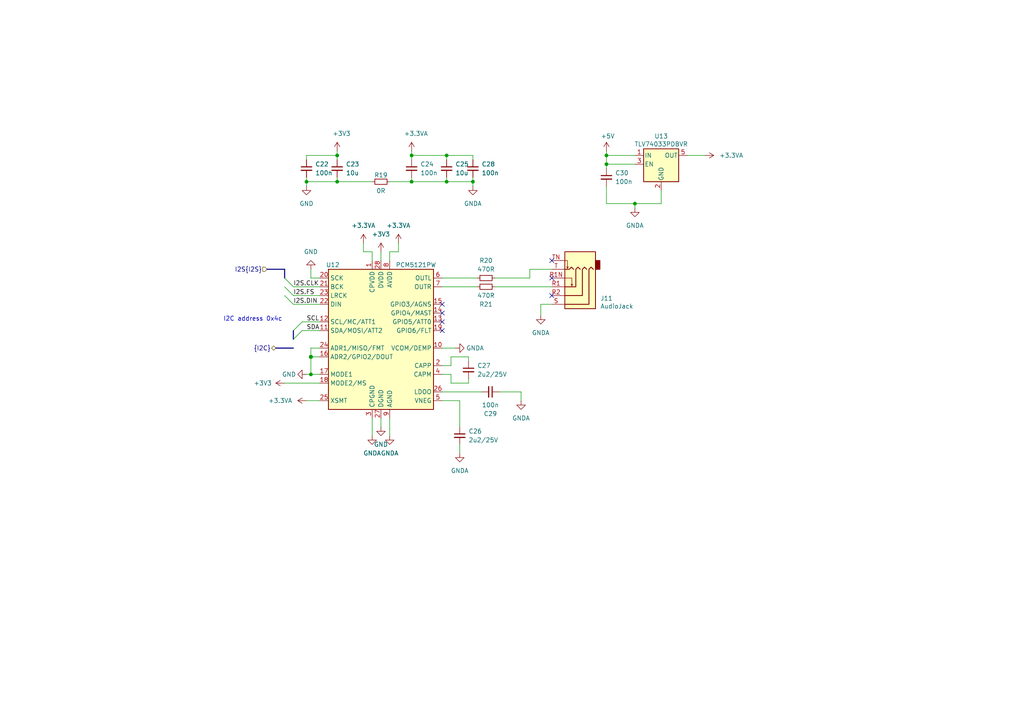
<source format=kicad_sch>
(kicad_sch (version 20210406) (generator eeschema)
  (paper "A4")
  (title_block (title "Audio") (date "2021-01-12") (rev "0.1") (company "Nabu Casa") (comment 1 "www.nabucasa.com") (comment 2 "Light Blue"))
  (lib_symbols
    (symbol "Audio:PCM5121PW"
      (property "Reference" "U" (at -13.97 21.59 0))
      (property "Value" "PCM5121PW" (at 10.16 21.59 0))
      (symbol "PCM5121PW_0_1"
        (rectangle (start -15.24 20.32) (end 15.24 -20.32) (stroke (width 0.254)) (fill (type background)))
      )
      (symbol "PCM5121PW_1_1"
        (pin power_in line (at -2.54 22.86 270) (length 2.54) (name "CPVDD") (number "1"))
        (pin bidirectional line (at 17.78 -2.54 180) (length 2.54) (name "VCOM/DEMP") (number "10"))
        (pin bidirectional line (at -17.78 2.54 0) (length 2.54) (name "SDA/MOSI/ATT2") (number "11"))
        (pin input line (at -17.78 5.08 0) (length 2.54) (name "SCL/MC/ATT1") (number "12"))
        (pin bidirectional line (at 17.78 5.08 180) (length 2.54) (name "GPIO5/ATT0") (number "13"))
        (pin bidirectional line (at 17.78 7.62 180) (length 2.54) (name "GPIO4/MAST") (number "14"))
        (pin bidirectional line (at 17.78 10.16 180) (length 2.54) (name "GPIO3/AGNS") (number "15"))
        (pin bidirectional line (at -17.78 -5.08 0) (length 2.54) (name "ADR2/GPIO2/DOUT") (number "16"))
        (pin input line (at -17.78 -10.16 0) (length 2.54) (name "MODE1") (number "17"))
        (pin input line (at -17.78 -12.7 0) (length 2.54) (name "MODE2/MS") (number "18"))
        (pin bidirectional line (at 17.78 2.54 180) (length 2.54) (name "GPIO6/FLT") (number "19"))
        (pin passive line (at 17.78 -7.62 180) (length 2.54) (name "CAPP") (number "2"))
        (pin input line (at -17.78 17.78 0) (length 2.54) (name "SCK") (number "20"))
        (pin bidirectional line (at -17.78 15.24 0) (length 2.54) (name "BCK") (number "21"))
        (pin input line (at -17.78 10.16 0) (length 2.54) (name "DIN") (number "22"))
        (pin bidirectional line (at -17.78 12.7 0) (length 2.54) (name "LRCK") (number "23"))
        (pin bidirectional line (at -17.78 -2.54 0) (length 2.54) (name "ADR1/MISO/FMT") (number "24"))
        (pin input line (at -17.78 -17.78 0) (length 2.54) (name "XSMT") (number "25"))
        (pin passive line (at 17.78 -15.24 180) (length 2.54) (name "LDOO") (number "26"))
        (pin power_in line (at 0 -22.86 90) (length 2.54) (name "DGND") (number "27"))
        (pin power_in line (at 0 22.86 270) (length 2.54) (name "DVDD") (number "28"))
        (pin power_in line (at -2.54 -22.86 90) (length 2.54) (name "CPGND") (number "3"))
        (pin passive line (at 17.78 -10.16 180) (length 2.54) (name "CAPM") (number "4"))
        (pin passive line (at 17.78 -17.78 180) (length 2.54) (name "VNEG") (number "5"))
        (pin output line (at 17.78 17.78 180) (length 2.54) (name "OUTL") (number "6"))
        (pin output line (at 17.78 15.24 180) (length 2.54) (name "OUTR") (number "7"))
        (pin power_in line (at 2.54 22.86 270) (length 2.54) (name "AVDD") (number "8"))
        (pin power_in line (at 2.54 -22.86 90) (length 2.54) (name "AGND") (number "9"))
      )
    )
    (symbol "Connector:AudioJack4_SwitchTR1"
      (property "Reference" "J" (at 0 11.43 0))
      (property "Value" "AudioJack4_SwitchTR1" (at 0 8.89 0))
      (symbol "AudioJack4_SwitchTR1_0_1"
        (rectangle (start -7.62 -5.08) (end -8.89 -7.62) (stroke (width 0.254)) (fill (type outline)))
        (rectangle (start 1.27 6.35) (end -7.62 -10.16) (stroke (width 0.254)) (fill (type background)))
        (polyline (pts (xy 1.27 -5.08) (xy 2.54 -5.08)))
        (polyline (pts (xy 1.27 2.54) (xy 2.54 2.54)))
        (polyline (pts (xy 2.54 0) (xy 1.27 0)))
        (polyline (pts (xy 2.54 5.08) (xy 1.27 5.08)))
      )
      (symbol "AudioJack4_SwitchTR1_1_1"
        (polyline (pts (xy -0.762 -0.254) (xy -0.508 -0.762)))
        (polyline (pts (xy 0.508 -5.334) (xy 0.762 -5.842)))
        (polyline (pts (xy -1.27 -5.08) (xy -0.635 -5.715) (xy 0 -5.08) (xy 1.27 -5.08)) (stroke (width 0.254)))
        (polyline (pts (xy 2.54 -7.62) (xy 0.508 -7.62) (xy 0.508 -5.334) (xy 0.254 -5.842)))
        (polyline (pts (xy 2.54 -2.54) (xy -0.762 -2.54) (xy -0.762 -0.254) (xy -1.016 -0.762)))
        (polyline (pts (xy -3.175 -5.08) (xy -2.54 -5.715) (xy -1.905 -5.08) (xy -1.905 0) (xy 1.27 0)) (stroke (width 0.254)))
        (polyline (pts (xy 1.27 2.54) (xy -3.81 2.54) (xy -3.81 -5.08) (xy -4.445 -5.715) (xy -5.08 -5.08)) (stroke (width 0.254)))
        (polyline (pts (xy 1.27 5.08) (xy -5.715 5.08) (xy -5.715 -5.08) (xy -6.35 -5.715) (xy -6.985 -5.08)) (stroke (width 0.254)))
        (pin passive line (at 5.08 0 180) (length 2.54) (name "~") (number "R1"))
        (pin passive line (at 5.08 -2.54 180) (length 2.54) (name "~") (number "R1N"))
        (pin passive line (at 5.08 2.54 180) (length 2.54) (name "~") (number "R2"))
        (pin passive line (at 5.08 5.08 180) (length 2.54) (name "~") (number "S"))
        (pin passive line (at 5.08 -5.08 180) (length 2.54) (name "~") (number "T"))
        (pin passive line (at 5.08 -7.62 180) (length 2.54) (name "~") (number "TN"))
      )
    )
    (symbol "Device:C_Small" (pin_numbers hide) (pin_names (offset 0.254) hide)
      (property "Reference" "C" (at 0.254 1.778 0))
      (property "Value" "C_Small" (at 0.254 -2.032 0))
      (symbol "C_Small_0_1"
        (polyline (pts (xy -1.524 -0.508) (xy 1.524 -0.508)) (stroke (width 0.3302)))
        (polyline (pts (xy -1.524 0.508) (xy 1.524 0.508)) (stroke (width 0.3048)))
      )
      (symbol "C_Small_1_1"
        (pin passive line (at 0 2.54 270) (length 2.032) (name "~") (number "1"))
        (pin passive line (at 0 -2.54 90) (length 2.032) (name "~") (number "2"))
      )
    )
    (symbol "Device:R_Small" (pin_numbers hide) (pin_names (offset 0.254) hide)
      (property "Reference" "R" (at 0.762 0.508 0))
      (property "Value" "R_Small" (at 0.762 -1.016 0))
      (symbol "R_Small_0_1"
        (rectangle (start -0.762 1.778) (end 0.762 -1.778) (stroke (width 0.2032)))
      )
      (symbol "R_Small_1_1"
        (pin passive line (at 0 2.54 270) (length 0.762) (name "~") (number "1"))
        (pin passive line (at 0 -2.54 90) (length 0.762) (name "~") (number "2"))
      )
    )
    (symbol "Regulator_Linear:TLV73333PDBV" (pin_names (offset 0.254))
      (property "Reference" "U" (at -3.81 5.715 0))
      (property "Value" "TLV73333PDBV" (at 0 5.715 0))
      (symbol "TLV73333PDBV_0_1"
        (rectangle (start -5.08 4.445) (end 5.08 -5.08) (stroke (width 0.254)) (fill (type background)))
      )
      (symbol "TLV73333PDBV_1_1"
        (pin power_in line (at -7.62 2.54 0) (length 2.54) (name "IN") (number "1"))
        (pin power_in line (at 0 -7.62 90) (length 2.54) (name "GND") (number "2"))
        (pin input line (at -7.62 0 0) (length 2.54) (name "EN") (number "3"))
        (pin no_connect line (at 5.08 0 180) (length 2.54) hide (name "NC") (number "4"))
        (pin power_out line (at 7.62 2.54 180) (length 2.54) (name "OUT") (number "5"))
      )
    )
    (symbol "power:+3.3V" (power) (pin_names (offset 0))
      (property "Value" "+3.3V" (at 0 3.556 0))
      (symbol "+3.3V_0_1"
        (polyline (pts (xy -0.762 1.27) (xy 0 2.54)))
        (polyline (pts (xy 0 0) (xy 0 2.54)))
        (polyline (pts (xy 0 2.54) (xy 0.762 1.27)))
      )
      (symbol "+3.3V_1_1"
        (pin power_in line (at 0 0 90) (length 0) hide (name "+3V3") (number "1"))
      )
    )
    (symbol "power:+3.3VA" (power) (pin_names (offset 0))
      (property "Value" "+3.3VA" (at 0 3.556 0))
      (symbol "+3.3VA_0_1"
        (polyline (pts (xy -0.762 1.27) (xy 0 2.54)))
        (polyline (pts (xy 0 0) (xy 0 2.54)))
        (polyline (pts (xy 0 2.54) (xy 0.762 1.27)))
      )
      (symbol "+3.3VA_1_1"
        (pin power_in line (at 0 0 90) (length 0) hide (name "+3.3VA") (number "1"))
      )
    )
    (symbol "power:+5V" (power) (pin_names (offset 0))
      (property "Value" "+5V" (at 0 3.556 0))
      (symbol "+5V_0_1"
        (polyline (pts (xy -0.762 1.27) (xy 0 2.54)))
        (polyline (pts (xy 0 0) (xy 0 2.54)))
        (polyline (pts (xy 0 2.54) (xy 0.762 1.27)))
      )
      (symbol "+5V_1_1"
        (pin power_in line (at 0 0 90) (length 0) hide (name "+5V") (number "1"))
      )
    )
    (symbol "power:GND" (power) (pin_names (offset 0))
      (property "Value" "GND" (at 0 -3.81 0))
      (symbol "GND_0_1"
        (polyline (pts (xy 0 0) (xy 0 -1.27) (xy 1.27 -1.27) (xy 0 -2.54) (xy -1.27 -1.27) (xy 0 -1.27)))
      )
      (symbol "GND_1_1"
        (pin power_in line (at 0 0 270) (length 0) hide (name "GND") (number "1"))
      )
    )
    (symbol "power:GNDA" (power) (pin_names (offset 0))
      (property "Value" "GNDA" (at 0 -3.81 0))
      (symbol "GNDA_0_1"
        (polyline (pts (xy 0 0) (xy 0 -1.27) (xy 1.27 -1.27) (xy 0 -2.54) (xy -1.27 -1.27) (xy 0 -1.27)))
      )
      (symbol "GNDA_1_1"
        (pin power_in line (at 0 0 270) (length 0) hide (name "GNDA") (number "1"))
      )
    )
  )
  (bus_alias "I2S" (members "CLK" "FS" "DIN"))
  (junction (at 88.9 52.705) (diameter 0.9144))
  (junction (at 90.17 103.505) (diameter 1.016))
  (junction (at 90.17 108.585) (diameter 0.9144))
  (junction (at 97.79 45.085) (diameter 0.9144))
  (junction (at 97.79 52.705) (diameter 0.9144))
  (junction (at 119.38 45.085) (diameter 0.9144))
  (junction (at 119.38 52.705) (diameter 0.9144))
  (junction (at 129.54 45.085) (diameter 0.9144))
  (junction (at 129.54 52.705) (diameter 0.9144))
  (junction (at 137.16 52.705) (diameter 0.9144))
  (junction (at 175.895 45.085) (diameter 0.9144))
  (junction (at 175.895 47.625) (diameter 0.9144))
  (junction (at 184.15 59.055) (diameter 0.9144))
  (no_connect (at 128.27 88.265))
  (no_connect (at 128.27 90.805))
  (no_connect (at 128.27 93.345))
  (no_connect (at 128.27 95.885))
  (no_connect (at 160.02 75.565))
  (no_connect (at 160.02 80.645))
  (no_connect (at 160.02 85.725))
  (bus_entry (at 82.55 80.645) (size 2.54 2.54) (stroke (width 0.1524)))
  (bus_entry (at 82.55 83.185) (size 2.54 2.54) (stroke (width 0.1524)))
  (bus_entry (at 82.55 85.725) (size 2.54 2.54) (stroke (width 0.1524)))
  (bus_entry (at 85.09 95.885) (size 2.54 -2.54) (stroke (width 0.1524)))
  (bus_entry (at 85.09 98.425) (size 2.54 -2.54) (stroke (width 0.1524)))
  (wire (pts (xy 82.55 111.125) (xy 92.71 111.125)))
  (wire (pts (xy 85.09 83.185) (xy 92.71 83.185)))
  (wire (pts (xy 85.09 85.725) (xy 92.71 85.725)))
  (wire (pts (xy 85.09 88.265) (xy 92.71 88.265)))
  (wire (pts (xy 87.63 93.345) (xy 92.71 93.345)))
  (wire (pts (xy 87.63 95.885) (xy 92.71 95.885)))
  (wire (pts (xy 88.9 45.085) (xy 97.79 45.085)))
  (wire (pts (xy 88.9 46.355) (xy 88.9 45.085)))
  (wire (pts (xy 88.9 51.435) (xy 88.9 52.705)))
  (wire (pts (xy 88.9 52.705) (xy 88.9 53.975)))
  (wire (pts (xy 88.9 52.705) (xy 97.79 52.705)))
  (wire (pts (xy 88.9 108.585) (xy 90.17 108.585)))
  (wire (pts (xy 88.9 116.205) (xy 92.71 116.205)))
  (wire (pts (xy 90.17 78.105) (xy 90.17 80.645)))
  (wire (pts (xy 90.17 100.965) (xy 90.17 103.505)))
  (wire (pts (xy 90.17 103.505) (xy 90.17 108.585)))
  (wire (pts (xy 92.71 80.645) (xy 90.17 80.645)))
  (wire (pts (xy 92.71 100.965) (xy 90.17 100.965)))
  (wire (pts (xy 92.71 103.505) (xy 90.17 103.505)))
  (wire (pts (xy 92.71 108.585) (xy 90.17 108.585)))
  (wire (pts (xy 97.79 43.815) (xy 97.79 45.085)))
  (wire (pts (xy 97.79 45.085) (xy 97.79 46.355)))
  (wire (pts (xy 97.79 51.435) (xy 97.79 52.705)))
  (wire (pts (xy 97.79 52.705) (xy 107.95 52.705)))
  (wire (pts (xy 105.41 73.025) (xy 105.41 70.485)))
  (wire (pts (xy 107.95 73.025) (xy 105.41 73.025)))
  (wire (pts (xy 107.95 75.565) (xy 107.95 73.025)))
  (wire (pts (xy 107.95 121.285) (xy 107.95 126.365)))
  (wire (pts (xy 110.49 75.565) (xy 110.49 73.025)))
  (wire (pts (xy 110.49 121.285) (xy 110.49 123.825)))
  (wire (pts (xy 113.03 52.705) (xy 119.38 52.705)))
  (wire (pts (xy 113.03 73.025) (xy 115.57 73.025)))
  (wire (pts (xy 113.03 75.565) (xy 113.03 73.025)))
  (wire (pts (xy 113.03 121.285) (xy 113.03 126.365)))
  (wire (pts (xy 115.57 73.025) (xy 115.57 70.485)))
  (wire (pts (xy 119.38 43.815) (xy 119.38 45.085)))
  (wire (pts (xy 119.38 45.085) (xy 119.38 46.355)))
  (wire (pts (xy 119.38 45.085) (xy 129.54 45.085)))
  (wire (pts (xy 119.38 51.435) (xy 119.38 52.705)))
  (wire (pts (xy 119.38 52.705) (xy 129.54 52.705)))
  (wire (pts (xy 128.27 80.645) (xy 138.43 80.645)))
  (wire (pts (xy 128.27 83.185) (xy 138.43 83.185)))
  (wire (pts (xy 128.27 100.965) (xy 132.08 100.965)))
  (wire (pts (xy 128.27 106.045) (xy 130.81 106.045)))
  (wire (pts (xy 128.27 108.585) (xy 130.81 108.585)))
  (wire (pts (xy 128.27 113.665) (xy 139.7 113.665)))
  (wire (pts (xy 128.27 116.205) (xy 133.35 116.205)))
  (wire (pts (xy 129.54 45.085) (xy 129.54 46.355)))
  (wire (pts (xy 129.54 52.705) (xy 129.54 51.435)))
  (wire (pts (xy 129.54 52.705) (xy 137.16 52.705)))
  (wire (pts (xy 130.81 103.505) (xy 135.89 103.505)))
  (wire (pts (xy 130.81 106.045) (xy 130.81 103.505)))
  (wire (pts (xy 130.81 108.585) (xy 130.81 111.125)))
  (wire (pts (xy 130.81 111.125) (xy 135.89 111.125)))
  (wire (pts (xy 133.35 116.205) (xy 133.35 123.825)))
  (wire (pts (xy 133.35 128.905) (xy 133.35 131.445)))
  (wire (pts (xy 135.89 103.505) (xy 135.89 104.775)))
  (wire (pts (xy 135.89 111.125) (xy 135.89 109.855)))
  (wire (pts (xy 137.16 45.085) (xy 129.54 45.085)))
  (wire (pts (xy 137.16 46.355) (xy 137.16 45.085)))
  (wire (pts (xy 137.16 51.435) (xy 137.16 52.705)))
  (wire (pts (xy 137.16 52.705) (xy 137.16 53.975)))
  (wire (pts (xy 143.51 80.645) (xy 153.67 80.645)))
  (wire (pts (xy 143.51 83.185) (xy 160.02 83.185)))
  (wire (pts (xy 144.78 113.665) (xy 151.13 113.665)))
  (wire (pts (xy 151.13 113.665) (xy 151.13 116.205)))
  (wire (pts (xy 153.67 78.105) (xy 160.02 78.105)))
  (wire (pts (xy 153.67 80.645) (xy 153.67 78.105)))
  (wire (pts (xy 156.845 88.265) (xy 160.02 88.265)))
  (wire (pts (xy 156.845 91.44) (xy 156.845 88.265)))
  (wire (pts (xy 175.895 43.815) (xy 175.895 45.085)))
  (wire (pts (xy 175.895 45.085) (xy 175.895 47.625)))
  (wire (pts (xy 175.895 45.085) (xy 184.15 45.085)))
  (wire (pts (xy 175.895 47.625) (xy 175.895 48.895)))
  (wire (pts (xy 175.895 47.625) (xy 184.15 47.625)))
  (wire (pts (xy 175.895 53.975) (xy 175.895 59.055)))
  (wire (pts (xy 175.895 59.055) (xy 184.15 59.055)))
  (wire (pts (xy 184.15 59.055) (xy 184.15 60.325)))
  (wire (pts (xy 184.15 59.055) (xy 191.77 59.055)))
  (wire (pts (xy 191.77 59.055) (xy 191.77 55.245)))
  (wire (pts (xy 199.39 45.085) (xy 204.47 45.085)))
  (bus (pts (xy 77.47 78.105) (xy 82.55 78.105)))
  (bus (pts (xy 80.01 100.965) (xy 85.09 100.965)))
  (bus (pts (xy 82.55 78.105) (xy 82.55 85.725)))
  (bus (pts (xy 85.09 95.885) (xy 85.09 100.965)))
  (text "I2C address 0x4c" (at 64.77 93.345 0) (effects (font (size 1.27 1.27)) (justify left bottom)))
  (label "I2S.CLK" (at 85.09 83.185 0))
  (label "I2S.FS" (at 85.09 85.725 0))
  (label "I2S.DIN" (at 85.09 88.265 0))
  (label "SCL" (at 88.9 93.345 0))
  (label "SDA" (at 88.9 95.885 0))
  (hierarchical_label "I2S{I2S}" (shape input) (at 77.47 78.105 180))
  (hierarchical_label "{I2C}" (shape bidirectional) (at 80.01 100.965 180))
  (symbol (lib_id "power:+3.3V") (at 82.55 111.125 90) (unit 1)
    (property "Reference" "#PWR063" (effects hide))
    (property "Value" "+3.3V" (at 76.2 111.125 90))
  )
  (symbol (lib_id "power:+3.3VA") (at 88.9 116.205 90) (unit 1)
    (property "Reference" "#PWR066" (effects hide))
    (property "Value" "+3.3VA" (at 81.28 116.205 90))
  )
  (symbol (lib_id "power:+3.3V") (at 97.79 43.815 0) (unit 1)
    (property "Reference" "#PWR068" (effects hide))
    (property "Value" "+3.3V" (at 99.06 38.735 0))
  )
  (symbol (lib_id "power:+3.3VA") (at 105.41 70.485 0) (unit 1)
    (property "Reference" "#PWR069" (effects hide))
    (property "Value" "+3.3VA" (at 105.41 65.405 0))
  )
  (symbol (lib_id "power:+3.3V") (at 110.49 73.025 0) (unit 1)
    (property "Reference" "#PWR071" (effects hide))
    (property "Value" "+3.3V" (at 110.49 67.945 0))
  )
  (symbol (lib_id "power:+3.3VA") (at 115.57 70.485 0) (unit 1)
    (property "Reference" "#PWR074" (effects hide))
    (property "Value" "+3.3VA" (at 115.57 65.405 0))
  )
  (symbol (lib_id "power:+3.3VA") (at 119.38 43.815 0) (unit 1)
    (property "Reference" "#PWR075" (effects hide))
    (property "Value" "+3.3VA" (at 120.65 38.735 0))
  )
  (symbol (lib_id "power:+5V") (at 175.895 43.815 0) (unit 1)
    (property "Reference" "#PWR081" (effects hide))
    (property "Value" "+5V" (at 176.2633 39.4906 0))
  )
  (symbol (lib_id "power:+3.3VA") (at 204.47 45.085 270) (unit 1)
    (property "Reference" "#PWR083" (effects hide))
    (property "Value" "+3.3VA" (at 212.09 45.085 90))
  )
  (symbol (lib_id "power:GND") (at 88.9 53.975 0) (unit 1)
    (property "Reference" "#PWR064" (effects hide))
    (property "Value" "GND" (at 88.9 59.055 0))
  )
  (symbol (lib_id "power:GND") (at 88.9 108.585 270) (unit 1)
    (property "Reference" "#PWR065" (effects hide))
    (property "Value" "GND" (at 83.82 108.585 90))
  )
  (symbol (lib_id "power:GND") (at 90.17 78.105 180) (unit 1)
    (property "Reference" "#PWR067" (effects hide))
    (property "Value" "GND" (at 90.17 73.025 0))
  )
  (symbol (lib_id "power:GNDA") (at 107.95 126.365 0) (unit 1)
    (property "Reference" "#PWR070" (effects hide))
    (property "Value" "GNDA" (at 107.95 131.445 0))
  )
  (symbol (lib_id "power:GND") (at 110.49 123.825 0) (unit 1)
    (property "Reference" "#PWR072" (effects hide))
    (property "Value" "GND" (at 110.49 128.905 0))
  )
  (symbol (lib_id "power:GNDA") (at 113.03 126.365 0) (unit 1)
    (property "Reference" "#PWR073" (effects hide))
    (property "Value" "GNDA" (at 113.03 131.445 0))
  )
  (symbol (lib_id "power:GNDA") (at 132.08 100.965 90) (unit 1)
    (property "Reference" "#PWR076" (effects hide))
    (property "Value" "GNDA" (at 137.795 100.965 90))
  )
  (symbol (lib_id "power:GNDA") (at 133.35 131.445 0) (unit 1)
    (property "Reference" "#PWR077" (effects hide))
    (property "Value" "GNDA" (at 133.35 136.525 0))
  )
  (symbol (lib_id "power:GNDA") (at 137.16 53.975 0) (unit 1)
    (property "Reference" "#PWR078" (effects hide))
    (property "Value" "GNDA" (at 137.16 59.055 0))
  )
  (symbol (lib_id "power:GNDA") (at 151.13 116.205 0) (unit 1)
    (property "Reference" "#PWR079" (effects hide))
    (property "Value" "GNDA" (at 151.13 121.285 0))
  )
  (symbol (lib_id "power:GNDA") (at 156.845 91.44 0) (unit 1)
    (property "Reference" "#PWR080" (effects hide))
    (property "Value" "GNDA" (at 156.845 96.52 0))
  )
  (symbol (lib_id "power:GNDA") (at 184.15 60.325 0) (unit 1)
    (property "Reference" "#PWR082" (effects hide))
    (property "Value" "GNDA" (at 184.15 65.405 0))
  )
  (symbol (lib_id "Device:R_Small") (at 110.49 52.705 270) (unit 1)
    (property "Reference" "R19" (at 110.49 50.7938 90))
    (property "Value" "0R" (at 110.49 55.353 90))
    (property "Footprint" "Resistor_SMD:R_0402_1005Metric" (effects hide))
    (property "Config" "+Audio" (effects hide))
  )
  (symbol (lib_id "Device:R_Small") (at 140.97 80.645 90) (unit 1)
    (property "Reference" "R20" (at 140.97 75.565 90))
    (property "Value" "470R" (at 140.97 78.105 90))
    (property "Footprint" "Resistor_SMD:R_0402_1005Metric" (effects hide))
    (property "Config" "+Audio" (effects hide))
  )
  (symbol (lib_id "Device:R_Small") (at 140.97 83.185 90) (unit 1)
    (property "Reference" "R21" (at 140.97 88.265 90))
    (property "Value" "470R" (at 140.97 85.725 90))
    (property "Footprint" "Resistor_SMD:R_0402_1005Metric" (effects hide))
    (property "Config" "+Audio" (effects hide))
  )
  (symbol (lib_id "Device:C_Small") (at 88.9 48.895 0) (unit 1)
    (property "Reference" "C22" (at 91.44 47.625 0) (effects (justify left)))
    (property "Value" "100n" (at 91.44 50.165 0) (effects (justify left)))
    (property "Footprint" "Capacitor_SMD:C_0402_1005Metric" (effects hide))
    (property "Config" "+Audio" (effects hide))
  )
  (symbol (lib_id "Device:C_Small") (at 97.79 48.895 0) (unit 1)
    (property "Reference" "C23" (at 100.33 47.625 0) (effects (justify left)))
    (property "Value" "10u" (at 100.33 50.165 0) (effects (justify left)))
    (property "Footprint" "Capacitor_SMD:C_0805_2012Metric" (effects hide))
    (property "Config" "+Audio" (effects hide))
  )
  (symbol (lib_id "Device:C_Small") (at 119.38 48.895 0) (unit 1)
    (property "Reference" "C24" (at 121.92 47.625 0) (effects (justify left)))
    (property "Value" "100n" (at 121.92 50.165 0) (effects (justify left)))
    (property "Footprint" "Capacitor_SMD:C_0402_1005Metric" (effects hide))
    (property "Config" "+Audio" (effects hide))
  )
  (symbol (lib_id "Device:C_Small") (at 129.54 48.895 0) (unit 1)
    (property "Reference" "C25" (at 132.08 47.625 0) (effects (justify left)))
    (property "Value" "10u" (at 132.08 50.165 0) (effects (justify left)))
    (property "Footprint" "Capacitor_SMD:C_0805_2012Metric" (effects hide))
    (property "Config" "+Audio" (effects hide))
  )
  (symbol (lib_id "Device:C_Small") (at 133.35 126.365 0) (mirror y) (unit 1)
    (property "Reference" "C26" (at 135.89 125.095 0) (effects (justify right)))
    (property "Value" "2u2/25V" (at 135.89 127.635 0) (effects (justify right)))
    (property "Footprint" "Capacitor_SMD:C_0402_1005Metric" (effects hide))
    (property "Config" "+Audio" (effects hide))
  )
  (symbol (lib_id "Device:C_Small") (at 135.89 107.315 0) (unit 1)
    (property "Reference" "C27" (at 138.43 106.045 0) (effects (justify left)))
    (property "Value" "2u2/25V" (at 138.43 108.585 0) (effects (justify left)))
    (property "Footprint" "Capacitor_SMD:C_0402_1005Metric" (effects hide))
    (property "Config" "+Audio" (effects hide))
  )
  (symbol (lib_id "Device:C_Small") (at 137.16 48.895 0) (unit 1)
    (property "Reference" "C28" (at 139.7 47.625 0) (effects (justify left)))
    (property "Value" "100n" (at 139.7 50.165 0) (effects (justify left)))
    (property "Footprint" "Capacitor_SMD:C_0402_1005Metric" (effects hide))
    (property "Config" "+Audio" (effects hide))
  )
  (symbol (lib_id "Device:C_Small") (at 142.24 113.665 270) (unit 1)
    (property "Reference" "C29" (at 142.24 120.015 90))
    (property "Value" "100n" (at 142.24 117.475 90))
    (property "Footprint" "Capacitor_SMD:C_0402_1005Metric" (effects hide))
    (property "Config" "+Audio" (effects hide))
  )
  (symbol (lib_id "Device:C_Small") (at 175.895 51.435 0) (unit 1)
    (property "Reference" "C30" (at 178.435 50.165 0) (effects (justify left)))
    (property "Value" "100n" (at 178.435 52.705 0) (effects (justify left)))
    (property "Footprint" "Capacitor_SMD:C_0402_1005Metric" (effects hide))
  )
  (symbol (lib_id "Regulator_Linear:TLV73333PDBV") (at 191.77 47.625 0) (unit 1)
    (property "Reference" "U13" (at 191.77 39.5032 0))
    (property "Value" "TLV74033PDBVR" (at 191.77 41.8019 0))
    (property "Footprint" "Package_TO_SOT_SMD:SOT-23-5" (effects hide))
    (property "Datasheet" "https://media.digikey.com/pdf/Data%20Sheets/TDK%20PDFs/TLV740P_DS.pdf" (effects hide))
    (property "Manufacturer" "Texas Instruments" (effects hide))
    (property "PartNumber" "TLV74033PDBVR" (effects hide))
    (property "Config" "+Audio" (effects hide))
  )
  (symbol (lib_id "Connector:AudioJack4_SwitchTR1") (at 165.1 83.185 180) (unit 1)
    (property "Reference" "J11" (at 174.1171 86.5314 0) (effects (justify right)))
    (property "Value" "AudioJack" (at 174.117 88.83 0) (effects (justify right)))
    (property "Footprint" "LightBlue:Jack_3.5mm_HRO_PJ-3973-6A_Horizontal" (effects hide))
    (property "Datasheet" "https://datasheet.lcsc.com/szlcsc/2009061735_Korean-Hroparts-Elec-PJ-3973-6A_C707261.pdf" (effects hide))
    (property "Manufacturer" "HRO" (effects hide))
    (property "PartNumber" "PJ-3973-6A" (effects hide))
    (property "Config" "+Audio" (effects hide))
  )
  (symbol (lib_id "Audio:PCM5121PW") (at 110.49 98.425 0) (unit 1)
    (property "Reference" "U12" (at 96.52 76.835 0))
    (property "Value" "PCM5121PW" (at 120.65 76.835 0))
    (property "Footprint" "Package_SO:TSSOP-28_4.4x9.7mm_P0.65mm" (effects hide))
    (property "Datasheet" "http://www.ti.com/lit/ds/symlink/pcm5121.pdf" (effects hide))
    (property "Manufacturer" "Texas Instruments" (effects hide))
    (property "PartNumber" "PCM5121PWR" (effects hide))
    (property "Config" "+Audio" (effects hide))
  )
)
</source>
